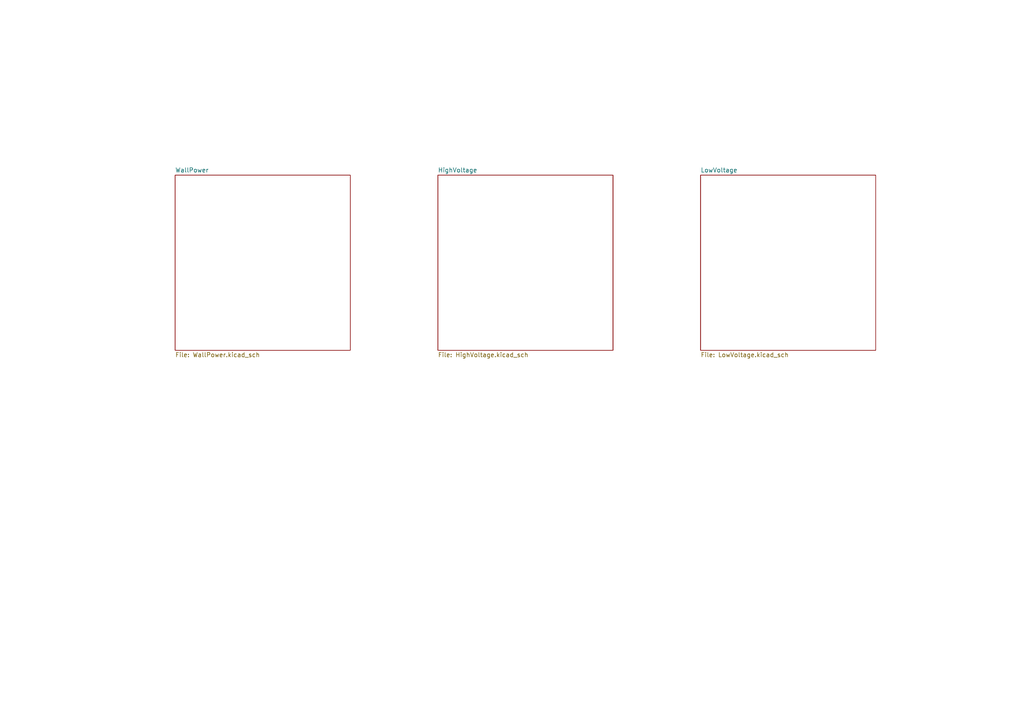
<source format=kicad_sch>
(kicad_sch
	(version 20250114)
	(generator "eeschema")
	(generator_version "9.0")
	(uuid "cef952e2-f81b-43ab-a5cb-6d75df340c71")
	(paper "A4")
	(lib_symbols)
	(sheet
		(at 50.8 50.8)
		(size 50.8 50.8)
		(exclude_from_sim no)
		(in_bom yes)
		(on_board yes)
		(dnp no)
		(fields_autoplaced yes)
		(stroke
			(width 0.1524)
			(type solid)
		)
		(fill
			(color 0 0 0 0.0000)
		)
		(uuid "1f13316e-0c37-484d-b72f-e39b8980c6f1")
		(property "Sheetname" "WallPower"
			(at 50.8 50.0884 0)
			(effects
				(font
					(size 1.27 1.27)
				)
				(justify left bottom)
			)
		)
		(property "Sheetfile" "WallPower.kicad_sch"
			(at 50.8 102.1846 0)
			(effects
				(font
					(size 1.27 1.27)
				)
				(justify left top)
			)
		)
		(instances
			(project "MainBoard"
				(path "/600cc1cc-74ca-4bfc-97a0-b230eb3afbcd/d30698e6-a0ca-49f4-86ac-6bca70afd28d"
					(page "3")
				)
			)
		)
	)
	(sheet
		(at 203.2 50.8)
		(size 50.8 50.8)
		(exclude_from_sim no)
		(in_bom yes)
		(on_board yes)
		(dnp no)
		(fields_autoplaced yes)
		(stroke
			(width 0.1524)
			(type solid)
		)
		(fill
			(color 0 0 0 0.0000)
		)
		(uuid "b99c056f-14af-48c3-ae72-a669e560b470")
		(property "Sheetname" "LowVoltage"
			(at 203.2 50.0884 0)
			(effects
				(font
					(size 1.27 1.27)
				)
				(justify left bottom)
			)
		)
		(property "Sheetfile" "LowVoltage.kicad_sch"
			(at 203.2 102.1846 0)
			(effects
				(font
					(size 1.27 1.27)
				)
				(justify left top)
			)
		)
		(instances
			(project "MainBoard"
				(path "/600cc1cc-74ca-4bfc-97a0-b230eb3afbcd/d30698e6-a0ca-49f4-86ac-6bca70afd28d"
					(page "5")
				)
			)
		)
	)
	(sheet
		(at 127 50.8)
		(size 50.8 50.8)
		(exclude_from_sim no)
		(in_bom yes)
		(on_board yes)
		(dnp no)
		(fields_autoplaced yes)
		(stroke
			(width 0.1524)
			(type solid)
		)
		(fill
			(color 0 0 0 0.0000)
		)
		(uuid "e4b177e3-23ca-41f2-9b29-ea1382ad6b0a")
		(property "Sheetname" "HighVoltage"
			(at 127 50.0884 0)
			(effects
				(font
					(size 1.27 1.27)
				)
				(justify left bottom)
			)
		)
		(property "Sheetfile" "HighVoltage.kicad_sch"
			(at 127 102.1846 0)
			(effects
				(font
					(size 1.27 1.27)
				)
				(justify left top)
			)
		)
		(instances
			(project "MainBoard"
				(path "/600cc1cc-74ca-4bfc-97a0-b230eb3afbcd/d30698e6-a0ca-49f4-86ac-6bca70afd28d"
					(page "4")
				)
			)
		)
	)
)

</source>
